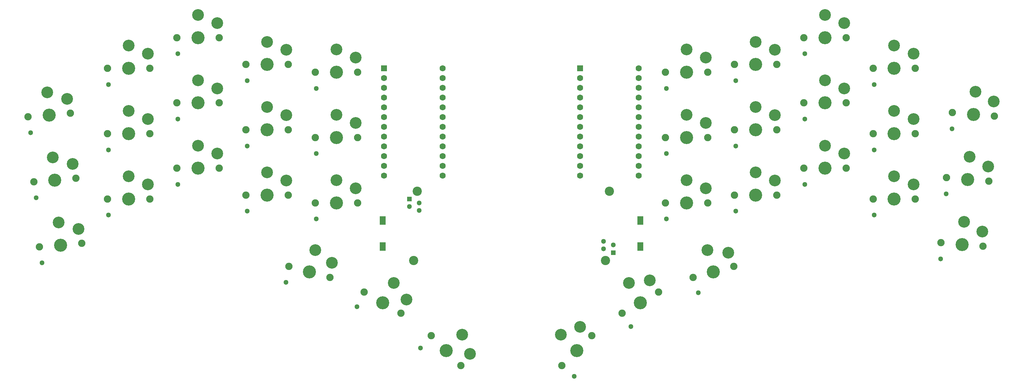
<source format=gts>
%TF.GenerationSoftware,KiCad,Pcbnew,5.1.9+dfsg1-1+deb11u1*%
%TF.CreationDate,2024-10-07T21:35:42-04:00*%
%TF.ProjectId,mu-kb,6d752d6b-622e-46b6-9963-61645f706362,rev?*%
%TF.SameCoordinates,Original*%
%TF.FileFunction,Soldermask,Top*%
%TF.FilePolarity,Negative*%
%FSLAX46Y46*%
G04 Gerber Fmt 4.6, Leading zero omitted, Abs format (unit mm)*
G04 Created by KiCad (PCBNEW 5.1.9+dfsg1-1+deb11u1) date 2024-10-07 21:35:42*
%MOMM*%
%LPD*%
G01*
G04 APERTURE LIST*
%ADD10C,2.400000*%
%ADD11C,1.300000*%
%ADD12R,1.300000X1.300000*%
%ADD13R,1.500000X2.300000*%
%ADD14C,3.050000*%
%ADD15C,3.400000*%
%ADD16C,1.900000*%
%ADD17R,1.600000X1.600000*%
%ADD18C,1.600000*%
G04 APERTURE END LIST*
D10*
%TO.C,R_JTRX1*%
X172460000Y-98000000D03*
X171460000Y-116000000D03*
D11*
X170960000Y-111000000D03*
X173500000Y-112000000D03*
X170960000Y-113000000D03*
D12*
X173500000Y-114000000D03*
%TD*%
D10*
%TO.C,JTRX1*%
X121540000Y-116000000D03*
X122540000Y-98000000D03*
D11*
X123040000Y-103000000D03*
X120500000Y-102000000D03*
X123040000Y-101000000D03*
D12*
X120500000Y-100000000D03*
%TD*%
D13*
%TO.C,R_RSW1*%
X180500000Y-112350000D03*
X180500000Y-105650000D03*
%TD*%
D14*
%TO.C,R_SW1*%
X192500000Y-61100000D03*
X197500000Y-63200000D03*
D15*
X192500000Y-67000000D03*
D16*
X187000000Y-67000000D03*
X198000000Y-67000000D03*
D11*
X187280000Y-71200000D03*
%TD*%
D14*
%TO.C,R_SW2*%
X192500000Y-78100000D03*
X197500000Y-80200000D03*
D15*
X192500000Y-84000000D03*
D16*
X187000000Y-84000000D03*
X198000000Y-84000000D03*
D11*
X187280000Y-88200000D03*
%TD*%
%TO.C,R_SW3*%
X187280000Y-105200000D03*
D16*
X198000000Y-101000000D03*
X187000000Y-101000000D03*
D15*
X192500000Y-101000000D03*
D14*
X197500000Y-97200000D03*
X192500000Y-95100000D03*
%TD*%
%TO.C,R_SW4*%
X210500000Y-59100000D03*
X215500000Y-61200000D03*
D15*
X210500000Y-65000000D03*
D16*
X205000000Y-65000000D03*
X216000000Y-65000000D03*
D11*
X205280000Y-69200000D03*
%TD*%
%TO.C,R_SW5*%
X205280000Y-86200000D03*
D16*
X216000000Y-82000000D03*
X205000000Y-82000000D03*
D15*
X210500000Y-82000000D03*
D14*
X215500000Y-78200000D03*
X210500000Y-76100000D03*
%TD*%
%TO.C,R_SW6*%
X210500000Y-93100000D03*
X215500000Y-95200000D03*
D15*
X210500000Y-99000000D03*
D16*
X205000000Y-99000000D03*
X216000000Y-99000000D03*
D11*
X205280000Y-103200000D03*
%TD*%
D14*
%TO.C,R_SW7*%
X228500000Y-52100000D03*
X233500000Y-54200000D03*
D15*
X228500000Y-58000000D03*
D16*
X223000000Y-58000000D03*
X234000000Y-58000000D03*
D11*
X223280000Y-62200000D03*
%TD*%
%TO.C,R_SW8*%
X223280000Y-79200000D03*
D16*
X234000000Y-75000000D03*
X223000000Y-75000000D03*
D15*
X228500000Y-75000000D03*
D14*
X233500000Y-71200000D03*
X228500000Y-69100000D03*
%TD*%
%TO.C,R_SW9*%
X228500000Y-86100000D03*
X233500000Y-88200000D03*
D15*
X228500000Y-92000000D03*
D16*
X223000000Y-92000000D03*
X234000000Y-92000000D03*
D11*
X223280000Y-96200000D03*
%TD*%
D14*
%TO.C,R_SW10*%
X246500000Y-60100000D03*
X251500000Y-62200000D03*
D15*
X246500000Y-66000000D03*
D16*
X241000000Y-66000000D03*
X252000000Y-66000000D03*
D11*
X241280000Y-70200000D03*
%TD*%
%TO.C,R_SW11*%
X241280000Y-87200000D03*
D16*
X252000000Y-83000000D03*
X241000000Y-83000000D03*
D15*
X246500000Y-83000000D03*
D14*
X251500000Y-79200000D03*
X246500000Y-77100000D03*
%TD*%
%TO.C,R_SW12*%
X246500000Y-94100000D03*
X251500000Y-96200000D03*
D15*
X246500000Y-100000000D03*
D16*
X241000000Y-100000000D03*
X252000000Y-100000000D03*
D11*
X241280000Y-104200000D03*
%TD*%
%TO.C,R_SW13*%
X261525146Y-81706856D03*
D16*
X272570407Y-78457148D03*
X261612265Y-77498434D03*
D15*
X267091336Y-77977791D03*
D14*
X272403501Y-74628030D03*
X267605555Y-72100242D03*
%TD*%
%TO.C,R_SW14*%
X266123907Y-89035552D03*
X270921853Y-91563340D03*
D15*
X265609688Y-94913101D03*
D16*
X260130617Y-94433744D03*
X271088759Y-95392458D03*
D11*
X260043498Y-98642166D03*
%TD*%
%TO.C,R_SW15*%
X258561851Y-115577476D03*
D16*
X269607112Y-112327768D03*
X258648970Y-111369054D03*
D15*
X264128041Y-111848411D03*
D14*
X269440206Y-108498650D03*
X264642260Y-105970862D03*
%TD*%
%TO.C,R_SW16*%
X159828070Y-135328070D03*
X164848528Y-133277460D03*
D15*
X164000000Y-139500000D03*
D16*
X160110913Y-143389087D03*
X167889087Y-135610913D03*
D11*
X163278751Y-146160946D03*
%TD*%
%TO.C,R_SW17*%
X178079347Y-133247307D03*
D16*
X185263140Y-124250000D03*
X175736860Y-129750000D03*
D15*
X180500000Y-127000000D03*
D14*
X182930127Y-121209103D03*
X177550000Y-121890450D03*
%TD*%
%TO.C,R_SW18*%
X197972968Y-113301038D03*
X203346117Y-114035387D03*
D15*
X199500000Y-119000000D03*
D16*
X194187408Y-120423505D03*
X204812592Y-117576495D03*
D11*
X195544907Y-124407924D03*
%TD*%
D17*
%TO.C,R_U1*%
X164880000Y-66030000D03*
D18*
X164880000Y-68570000D03*
X164880000Y-71110000D03*
X164880000Y-73650000D03*
X164880000Y-76190000D03*
X164880000Y-78730000D03*
X164880000Y-81270000D03*
X164880000Y-83810000D03*
X164880000Y-86350000D03*
X164880000Y-88890000D03*
X164880000Y-91430000D03*
X164880000Y-93970000D03*
X180120000Y-93970000D03*
X180120000Y-91430000D03*
X180120000Y-88890000D03*
X180120000Y-86350000D03*
X180120000Y-83810000D03*
X180120000Y-81270000D03*
X180120000Y-78730000D03*
X180120000Y-76190000D03*
X180120000Y-73650000D03*
X180120000Y-71110000D03*
X180120000Y-68570000D03*
X180120000Y-66030000D03*
%TD*%
D13*
%TO.C,RSW1*%
X113500000Y-112350000D03*
X113500000Y-105650000D03*
%TD*%
D11*
%TO.C,SW1*%
X21982193Y-82791074D03*
D16*
X32295346Y-77672746D03*
X21337204Y-78631460D03*
D15*
X26816275Y-78152103D03*
D14*
X31466057Y-73930784D03*
X26302056Y-72274554D03*
%TD*%
D11*
%TO.C,SW2*%
X23463840Y-99726384D03*
D16*
X33776993Y-94608056D03*
X22818851Y-95566770D03*
D15*
X28297922Y-95087413D03*
D14*
X32947704Y-90866094D03*
X27783703Y-89209864D03*
%TD*%
%TO.C,SW3*%
X29265351Y-106145173D03*
X34429352Y-107801403D03*
D15*
X29779570Y-112022722D03*
D16*
X24300499Y-112502079D03*
X35258641Y-111543365D03*
D11*
X24945488Y-116661693D03*
%TD*%
%TO.C,SW4*%
X42280000Y-70200000D03*
D16*
X53000000Y-66000000D03*
X42000000Y-66000000D03*
D15*
X47500000Y-66000000D03*
D14*
X52500000Y-62200000D03*
X47500000Y-60100000D03*
%TD*%
%TO.C,SW5*%
X47500000Y-77100000D03*
X52500000Y-79200000D03*
D15*
X47500000Y-83000000D03*
D16*
X42000000Y-83000000D03*
X53000000Y-83000000D03*
D11*
X42280000Y-87200000D03*
%TD*%
%TO.C,SW6*%
X42280000Y-104200000D03*
D16*
X53000000Y-100000000D03*
X42000000Y-100000000D03*
D15*
X47500000Y-100000000D03*
D14*
X52500000Y-96200000D03*
X47500000Y-94100000D03*
%TD*%
%TO.C,SW7*%
X65500000Y-52100000D03*
X70500000Y-54200000D03*
D15*
X65500000Y-58000000D03*
D16*
X60000000Y-58000000D03*
X71000000Y-58000000D03*
D11*
X60280000Y-62200000D03*
%TD*%
%TO.C,SW8*%
X60280000Y-79200000D03*
D16*
X71000000Y-75000000D03*
X60000000Y-75000000D03*
D15*
X65500000Y-75000000D03*
D14*
X70500000Y-71200000D03*
X65500000Y-69100000D03*
%TD*%
D11*
%TO.C,SW9*%
X60280000Y-96200000D03*
D16*
X71000000Y-92000000D03*
X60000000Y-92000000D03*
D15*
X65500000Y-92000000D03*
D14*
X70500000Y-88200000D03*
X65500000Y-86100000D03*
%TD*%
D11*
%TO.C,SW10*%
X78280000Y-69200000D03*
D16*
X89000000Y-65000000D03*
X78000000Y-65000000D03*
D15*
X83500000Y-65000000D03*
D14*
X88500000Y-61200000D03*
X83500000Y-59100000D03*
%TD*%
%TO.C,SW11*%
X83500000Y-76100000D03*
X88500000Y-78200000D03*
D15*
X83500000Y-82000000D03*
D16*
X78000000Y-82000000D03*
X89000000Y-82000000D03*
D11*
X78280000Y-86200000D03*
%TD*%
D14*
%TO.C,SW12*%
X83500000Y-93100000D03*
X88500000Y-95200000D03*
D15*
X83500000Y-99000000D03*
D16*
X78000000Y-99000000D03*
X89000000Y-99000000D03*
D11*
X78280000Y-103200000D03*
%TD*%
D14*
%TO.C,SW13*%
X101500000Y-61100000D03*
X106500000Y-63200000D03*
D15*
X101500000Y-67000000D03*
D16*
X96000000Y-67000000D03*
X107000000Y-67000000D03*
D11*
X96280000Y-71200000D03*
%TD*%
%TO.C,SW14*%
X96280000Y-88200000D03*
D16*
X107000000Y-84000000D03*
X96000000Y-84000000D03*
D15*
X101500000Y-84000000D03*
D14*
X106500000Y-80200000D03*
X101500000Y-78100000D03*
%TD*%
%TO.C,SW15*%
X101500000Y-95100000D03*
X106500000Y-97200000D03*
D15*
X101500000Y-101000000D03*
D16*
X96000000Y-101000000D03*
X107000000Y-101000000D03*
D11*
X96280000Y-105200000D03*
%TD*%
%TO.C,SW16*%
X88370827Y-121705853D03*
D16*
X99812592Y-120423505D03*
X89187408Y-117576495D03*
D15*
X94500000Y-119000000D03*
D14*
X100313142Y-116623577D03*
X96027032Y-113301038D03*
%TD*%
%TO.C,SW17*%
X116450000Y-121890450D03*
X119730127Y-126209103D03*
D15*
X113500000Y-127000000D03*
D16*
X108736860Y-124250000D03*
X118263140Y-129750000D03*
D11*
X106879347Y-128027307D03*
%TD*%
%TO.C,SW18*%
X123339054Y-138778751D03*
D16*
X133889087Y-143389087D03*
X126110913Y-135610913D03*
D15*
X130000000Y-139500000D03*
D14*
X136222540Y-140348528D03*
X134171930Y-135328070D03*
%TD*%
D18*
%TO.C,U1*%
X129120000Y-66030000D03*
X129120000Y-68570000D03*
X129120000Y-71110000D03*
X129120000Y-73650000D03*
X129120000Y-76190000D03*
X129120000Y-78730000D03*
X129120000Y-81270000D03*
X129120000Y-83810000D03*
X129120000Y-86350000D03*
X129120000Y-88890000D03*
X129120000Y-91430000D03*
X129120000Y-93970000D03*
X113880000Y-93970000D03*
X113880000Y-91430000D03*
X113880000Y-88890000D03*
X113880000Y-86350000D03*
X113880000Y-83810000D03*
X113880000Y-81270000D03*
X113880000Y-78730000D03*
X113880000Y-76190000D03*
X113880000Y-73650000D03*
X113880000Y-71110000D03*
X113880000Y-68570000D03*
D17*
X113880000Y-66030000D03*
%TD*%
M02*

</source>
